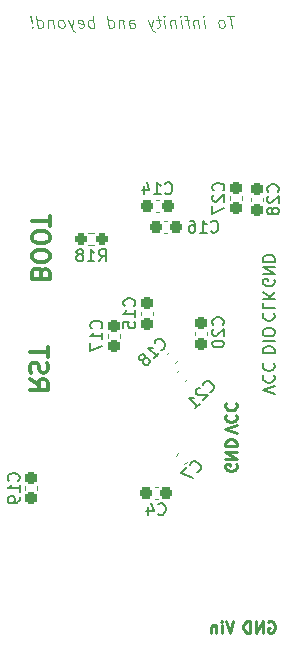
<source format=gbr>
%TF.GenerationSoftware,KiCad,Pcbnew,8.0.9-1.fc41*%
%TF.CreationDate,2025-06-12T13:42:16-04:00*%
%TF.ProjectId,OS-41,4f532d34-312e-46b6-9963-61645f706362,rev?*%
%TF.SameCoordinates,Original*%
%TF.FileFunction,Legend,Bot*%
%TF.FilePolarity,Positive*%
%FSLAX46Y46*%
G04 Gerber Fmt 4.6, Leading zero omitted, Abs format (unit mm)*
G04 Created by KiCad (PCBNEW 8.0.9-1.fc41) date 2025-06-12 13:42:16*
%MOMM*%
%LPD*%
G01*
G04 APERTURE LIST*
G04 Aperture macros list*
%AMRoundRect*
0 Rectangle with rounded corners*
0 $1 Rounding radius*
0 $2 $3 $4 $5 $6 $7 $8 $9 X,Y pos of 4 corners*
0 Add a 4 corners polygon primitive as box body*
4,1,4,$2,$3,$4,$5,$6,$7,$8,$9,$2,$3,0*
0 Add four circle primitives for the rounded corners*
1,1,$1+$1,$2,$3*
1,1,$1+$1,$4,$5*
1,1,$1+$1,$6,$7*
1,1,$1+$1,$8,$9*
0 Add four rect primitives between the rounded corners*
20,1,$1+$1,$2,$3,$4,$5,0*
20,1,$1+$1,$4,$5,$6,$7,0*
20,1,$1+$1,$6,$7,$8,$9,0*
20,1,$1+$1,$8,$9,$2,$3,0*%
G04 Aperture macros list end*
%ADD10C,0.250000*%
%ADD11C,0.300000*%
%ADD12C,0.150000*%
%ADD13C,0.100000*%
%ADD14C,0.120000*%
%ADD15R,1.700000X1.700000*%
%ADD16O,1.700000X1.700000*%
%ADD17C,2.050000*%
%ADD18C,2.250000*%
%ADD19C,2.100000*%
%ADD20RoundRect,0.237500X0.044194X0.380070X-0.380070X-0.044194X-0.044194X-0.380070X0.380070X0.044194X0*%
%ADD21RoundRect,0.237500X0.300000X0.237500X-0.300000X0.237500X-0.300000X-0.237500X0.300000X-0.237500X0*%
%ADD22RoundRect,0.237500X-0.237500X0.300000X-0.237500X-0.300000X0.237500X-0.300000X0.237500X0.300000X0*%
%ADD23RoundRect,0.237500X-0.300000X-0.237500X0.300000X-0.237500X0.300000X0.237500X-0.300000X0.237500X0*%
%ADD24RoundRect,0.237500X-0.044194X-0.380070X0.380070X0.044194X0.044194X0.380070X-0.380070X-0.044194X0*%
%ADD25RoundRect,0.237500X0.237500X-0.300000X0.237500X0.300000X-0.237500X0.300000X-0.237500X-0.300000X0*%
%ADD26RoundRect,0.237500X-0.250000X-0.237500X0.250000X-0.237500X0.250000X0.237500X-0.250000X0.237500X0*%
G04 APERTURE END LIST*
D10*
X148973622Y-129012238D02*
X149068860Y-128964619D01*
X149068860Y-128964619D02*
X149211717Y-128964619D01*
X149211717Y-128964619D02*
X149354574Y-129012238D01*
X149354574Y-129012238D02*
X149449812Y-129107476D01*
X149449812Y-129107476D02*
X149497431Y-129202714D01*
X149497431Y-129202714D02*
X149545050Y-129393190D01*
X149545050Y-129393190D02*
X149545050Y-129536047D01*
X149545050Y-129536047D02*
X149497431Y-129726523D01*
X149497431Y-129726523D02*
X149449812Y-129821761D01*
X149449812Y-129821761D02*
X149354574Y-129917000D01*
X149354574Y-129917000D02*
X149211717Y-129964619D01*
X149211717Y-129964619D02*
X149116479Y-129964619D01*
X149116479Y-129964619D02*
X148973622Y-129917000D01*
X148973622Y-129917000D02*
X148926003Y-129869380D01*
X148926003Y-129869380D02*
X148926003Y-129536047D01*
X148926003Y-129536047D02*
X149116479Y-129536047D01*
X148497431Y-129964619D02*
X148497431Y-128964619D01*
X148497431Y-128964619D02*
X147926003Y-129964619D01*
X147926003Y-129964619D02*
X147926003Y-128964619D01*
X147449812Y-129964619D02*
X147449812Y-128964619D01*
X147449812Y-128964619D02*
X147211717Y-128964619D01*
X147211717Y-128964619D02*
X147068860Y-129012238D01*
X147068860Y-129012238D02*
X146973622Y-129107476D01*
X146973622Y-129107476D02*
X146926003Y-129202714D01*
X146926003Y-129202714D02*
X146878384Y-129393190D01*
X146878384Y-129393190D02*
X146878384Y-129536047D01*
X146878384Y-129536047D02*
X146926003Y-129726523D01*
X146926003Y-129726523D02*
X146973622Y-129821761D01*
X146973622Y-129821761D02*
X147068860Y-129917000D01*
X147068860Y-129917000D02*
X147211717Y-129964619D01*
X147211717Y-129964619D02*
X147449812Y-129964619D01*
X146040288Y-128964619D02*
X145706955Y-129964619D01*
X145706955Y-129964619D02*
X145373622Y-128964619D01*
X145040288Y-129964619D02*
X145040288Y-129297952D01*
X145040288Y-128964619D02*
X145087907Y-129012238D01*
X145087907Y-129012238D02*
X145040288Y-129059857D01*
X145040288Y-129059857D02*
X144992669Y-129012238D01*
X144992669Y-129012238D02*
X145040288Y-128964619D01*
X145040288Y-128964619D02*
X145040288Y-129059857D01*
X144564098Y-129297952D02*
X144564098Y-129964619D01*
X144564098Y-129393190D02*
X144516479Y-129345571D01*
X144516479Y-129345571D02*
X144421241Y-129297952D01*
X144421241Y-129297952D02*
X144278384Y-129297952D01*
X144278384Y-129297952D02*
X144183146Y-129345571D01*
X144183146Y-129345571D02*
X144135527Y-129440809D01*
X144135527Y-129440809D02*
X144135527Y-129964619D01*
D11*
X128819171Y-108488346D02*
X129533457Y-108988346D01*
X128819171Y-109345489D02*
X130319171Y-109345489D01*
X130319171Y-109345489D02*
X130319171Y-108774060D01*
X130319171Y-108774060D02*
X130247742Y-108631203D01*
X130247742Y-108631203D02*
X130176314Y-108559774D01*
X130176314Y-108559774D02*
X130033457Y-108488346D01*
X130033457Y-108488346D02*
X129819171Y-108488346D01*
X129819171Y-108488346D02*
X129676314Y-108559774D01*
X129676314Y-108559774D02*
X129604885Y-108631203D01*
X129604885Y-108631203D02*
X129533457Y-108774060D01*
X129533457Y-108774060D02*
X129533457Y-109345489D01*
X128890600Y-107916917D02*
X128819171Y-107702632D01*
X128819171Y-107702632D02*
X128819171Y-107345489D01*
X128819171Y-107345489D02*
X128890600Y-107202632D01*
X128890600Y-107202632D02*
X128962028Y-107131203D01*
X128962028Y-107131203D02*
X129104885Y-107059774D01*
X129104885Y-107059774D02*
X129247742Y-107059774D01*
X129247742Y-107059774D02*
X129390600Y-107131203D01*
X129390600Y-107131203D02*
X129462028Y-107202632D01*
X129462028Y-107202632D02*
X129533457Y-107345489D01*
X129533457Y-107345489D02*
X129604885Y-107631203D01*
X129604885Y-107631203D02*
X129676314Y-107774060D01*
X129676314Y-107774060D02*
X129747742Y-107845489D01*
X129747742Y-107845489D02*
X129890600Y-107916917D01*
X129890600Y-107916917D02*
X130033457Y-107916917D01*
X130033457Y-107916917D02*
X130176314Y-107845489D01*
X130176314Y-107845489D02*
X130247742Y-107774060D01*
X130247742Y-107774060D02*
X130319171Y-107631203D01*
X130319171Y-107631203D02*
X130319171Y-107274060D01*
X130319171Y-107274060D02*
X130247742Y-107059774D01*
X130319171Y-106631203D02*
X130319171Y-105774061D01*
X128819171Y-106202632D02*
X130319171Y-106202632D01*
D10*
X146287761Y-115673622D02*
X146335380Y-115768860D01*
X146335380Y-115768860D02*
X146335380Y-115911717D01*
X146335380Y-115911717D02*
X146287761Y-116054574D01*
X146287761Y-116054574D02*
X146192523Y-116149812D01*
X146192523Y-116149812D02*
X146097285Y-116197431D01*
X146097285Y-116197431D02*
X145906809Y-116245050D01*
X145906809Y-116245050D02*
X145763952Y-116245050D01*
X145763952Y-116245050D02*
X145573476Y-116197431D01*
X145573476Y-116197431D02*
X145478238Y-116149812D01*
X145478238Y-116149812D02*
X145383000Y-116054574D01*
X145383000Y-116054574D02*
X145335380Y-115911717D01*
X145335380Y-115911717D02*
X145335380Y-115816479D01*
X145335380Y-115816479D02*
X145383000Y-115673622D01*
X145383000Y-115673622D02*
X145430619Y-115626003D01*
X145430619Y-115626003D02*
X145763952Y-115626003D01*
X145763952Y-115626003D02*
X145763952Y-115816479D01*
X145335380Y-115197431D02*
X146335380Y-115197431D01*
X146335380Y-115197431D02*
X145335380Y-114626003D01*
X145335380Y-114626003D02*
X146335380Y-114626003D01*
X145335380Y-114149812D02*
X146335380Y-114149812D01*
X146335380Y-114149812D02*
X146335380Y-113911717D01*
X146335380Y-113911717D02*
X146287761Y-113768860D01*
X146287761Y-113768860D02*
X146192523Y-113673622D01*
X146192523Y-113673622D02*
X146097285Y-113626003D01*
X146097285Y-113626003D02*
X145906809Y-113578384D01*
X145906809Y-113578384D02*
X145763952Y-113578384D01*
X145763952Y-113578384D02*
X145573476Y-113626003D01*
X145573476Y-113626003D02*
X145478238Y-113673622D01*
X145478238Y-113673622D02*
X145383000Y-113768860D01*
X145383000Y-113768860D02*
X145335380Y-113911717D01*
X145335380Y-113911717D02*
X145335380Y-114149812D01*
X146335380Y-113040288D02*
X145335380Y-112706955D01*
X145335380Y-112706955D02*
X146335380Y-112373622D01*
X145430619Y-111468860D02*
X145383000Y-111516479D01*
X145383000Y-111516479D02*
X145335380Y-111659336D01*
X145335380Y-111659336D02*
X145335380Y-111754574D01*
X145335380Y-111754574D02*
X145383000Y-111897431D01*
X145383000Y-111897431D02*
X145478238Y-111992669D01*
X145478238Y-111992669D02*
X145573476Y-112040288D01*
X145573476Y-112040288D02*
X145763952Y-112087907D01*
X145763952Y-112087907D02*
X145906809Y-112087907D01*
X145906809Y-112087907D02*
X146097285Y-112040288D01*
X146097285Y-112040288D02*
X146192523Y-111992669D01*
X146192523Y-111992669D02*
X146287761Y-111897431D01*
X146287761Y-111897431D02*
X146335380Y-111754574D01*
X146335380Y-111754574D02*
X146335380Y-111659336D01*
X146335380Y-111659336D02*
X146287761Y-111516479D01*
X146287761Y-111516479D02*
X146240142Y-111468860D01*
X145430619Y-110468860D02*
X145383000Y-110516479D01*
X145383000Y-110516479D02*
X145335380Y-110659336D01*
X145335380Y-110659336D02*
X145335380Y-110754574D01*
X145335380Y-110754574D02*
X145383000Y-110897431D01*
X145383000Y-110897431D02*
X145478238Y-110992669D01*
X145478238Y-110992669D02*
X145573476Y-111040288D01*
X145573476Y-111040288D02*
X145763952Y-111087907D01*
X145763952Y-111087907D02*
X145906809Y-111087907D01*
X145906809Y-111087907D02*
X146097285Y-111040288D01*
X146097285Y-111040288D02*
X146192523Y-110992669D01*
X146192523Y-110992669D02*
X146287761Y-110897431D01*
X146287761Y-110897431D02*
X146335380Y-110754574D01*
X146335380Y-110754574D02*
X146335380Y-110659336D01*
X146335380Y-110659336D02*
X146287761Y-110516479D01*
X146287761Y-110516479D02*
X146240142Y-110468860D01*
D12*
X148530180Y-106263220D02*
X149530180Y-106263220D01*
X149530180Y-106263220D02*
X149530180Y-106025125D01*
X149530180Y-106025125D02*
X149482561Y-105882268D01*
X149482561Y-105882268D02*
X149387323Y-105787030D01*
X149387323Y-105787030D02*
X149292085Y-105739411D01*
X149292085Y-105739411D02*
X149101609Y-105691792D01*
X149101609Y-105691792D02*
X148958752Y-105691792D01*
X148958752Y-105691792D02*
X148768276Y-105739411D01*
X148768276Y-105739411D02*
X148673038Y-105787030D01*
X148673038Y-105787030D02*
X148577800Y-105882268D01*
X148577800Y-105882268D02*
X148530180Y-106025125D01*
X148530180Y-106025125D02*
X148530180Y-106263220D01*
X148530180Y-105263220D02*
X149530180Y-105263220D01*
X149530180Y-104596554D02*
X149530180Y-104406078D01*
X149530180Y-104406078D02*
X149482561Y-104310840D01*
X149482561Y-104310840D02*
X149387323Y-104215602D01*
X149387323Y-104215602D02*
X149196847Y-104167983D01*
X149196847Y-104167983D02*
X148863514Y-104167983D01*
X148863514Y-104167983D02*
X148673038Y-104215602D01*
X148673038Y-104215602D02*
X148577800Y-104310840D01*
X148577800Y-104310840D02*
X148530180Y-104406078D01*
X148530180Y-104406078D02*
X148530180Y-104596554D01*
X148530180Y-104596554D02*
X148577800Y-104691792D01*
X148577800Y-104691792D02*
X148673038Y-104787030D01*
X148673038Y-104787030D02*
X148863514Y-104834649D01*
X148863514Y-104834649D02*
X149196847Y-104834649D01*
X149196847Y-104834649D02*
X149387323Y-104787030D01*
X149387323Y-104787030D02*
X149482561Y-104691792D01*
X149482561Y-104691792D02*
X149530180Y-104596554D01*
D11*
X129774885Y-99465489D02*
X129703457Y-99251203D01*
X129703457Y-99251203D02*
X129632028Y-99179774D01*
X129632028Y-99179774D02*
X129489171Y-99108346D01*
X129489171Y-99108346D02*
X129274885Y-99108346D01*
X129274885Y-99108346D02*
X129132028Y-99179774D01*
X129132028Y-99179774D02*
X129060600Y-99251203D01*
X129060600Y-99251203D02*
X128989171Y-99394060D01*
X128989171Y-99394060D02*
X128989171Y-99965489D01*
X128989171Y-99965489D02*
X130489171Y-99965489D01*
X130489171Y-99965489D02*
X130489171Y-99465489D01*
X130489171Y-99465489D02*
X130417742Y-99322632D01*
X130417742Y-99322632D02*
X130346314Y-99251203D01*
X130346314Y-99251203D02*
X130203457Y-99179774D01*
X130203457Y-99179774D02*
X130060600Y-99179774D01*
X130060600Y-99179774D02*
X129917742Y-99251203D01*
X129917742Y-99251203D02*
X129846314Y-99322632D01*
X129846314Y-99322632D02*
X129774885Y-99465489D01*
X129774885Y-99465489D02*
X129774885Y-99965489D01*
X130489171Y-98179774D02*
X130489171Y-97894060D01*
X130489171Y-97894060D02*
X130417742Y-97751203D01*
X130417742Y-97751203D02*
X130274885Y-97608346D01*
X130274885Y-97608346D02*
X129989171Y-97536917D01*
X129989171Y-97536917D02*
X129489171Y-97536917D01*
X129489171Y-97536917D02*
X129203457Y-97608346D01*
X129203457Y-97608346D02*
X129060600Y-97751203D01*
X129060600Y-97751203D02*
X128989171Y-97894060D01*
X128989171Y-97894060D02*
X128989171Y-98179774D01*
X128989171Y-98179774D02*
X129060600Y-98322632D01*
X129060600Y-98322632D02*
X129203457Y-98465489D01*
X129203457Y-98465489D02*
X129489171Y-98536917D01*
X129489171Y-98536917D02*
X129989171Y-98536917D01*
X129989171Y-98536917D02*
X130274885Y-98465489D01*
X130274885Y-98465489D02*
X130417742Y-98322632D01*
X130417742Y-98322632D02*
X130489171Y-98179774D01*
X130489171Y-96608345D02*
X130489171Y-96322631D01*
X130489171Y-96322631D02*
X130417742Y-96179774D01*
X130417742Y-96179774D02*
X130274885Y-96036917D01*
X130274885Y-96036917D02*
X129989171Y-95965488D01*
X129989171Y-95965488D02*
X129489171Y-95965488D01*
X129489171Y-95965488D02*
X129203457Y-96036917D01*
X129203457Y-96036917D02*
X129060600Y-96179774D01*
X129060600Y-96179774D02*
X128989171Y-96322631D01*
X128989171Y-96322631D02*
X128989171Y-96608345D01*
X128989171Y-96608345D02*
X129060600Y-96751203D01*
X129060600Y-96751203D02*
X129203457Y-96894060D01*
X129203457Y-96894060D02*
X129489171Y-96965488D01*
X129489171Y-96965488D02*
X129989171Y-96965488D01*
X129989171Y-96965488D02*
X130274885Y-96894060D01*
X130274885Y-96894060D02*
X130417742Y-96751203D01*
X130417742Y-96751203D02*
X130489171Y-96608345D01*
X130489171Y-95536916D02*
X130489171Y-94679774D01*
X128989171Y-95108345D02*
X130489171Y-95108345D01*
D12*
X149530180Y-109706077D02*
X148530180Y-109372744D01*
X148530180Y-109372744D02*
X149530180Y-109039411D01*
X148625419Y-108134649D02*
X148577800Y-108182268D01*
X148577800Y-108182268D02*
X148530180Y-108325125D01*
X148530180Y-108325125D02*
X148530180Y-108420363D01*
X148530180Y-108420363D02*
X148577800Y-108563220D01*
X148577800Y-108563220D02*
X148673038Y-108658458D01*
X148673038Y-108658458D02*
X148768276Y-108706077D01*
X148768276Y-108706077D02*
X148958752Y-108753696D01*
X148958752Y-108753696D02*
X149101609Y-108753696D01*
X149101609Y-108753696D02*
X149292085Y-108706077D01*
X149292085Y-108706077D02*
X149387323Y-108658458D01*
X149387323Y-108658458D02*
X149482561Y-108563220D01*
X149482561Y-108563220D02*
X149530180Y-108420363D01*
X149530180Y-108420363D02*
X149530180Y-108325125D01*
X149530180Y-108325125D02*
X149482561Y-108182268D01*
X149482561Y-108182268D02*
X149434942Y-108134649D01*
X148625419Y-107134649D02*
X148577800Y-107182268D01*
X148577800Y-107182268D02*
X148530180Y-107325125D01*
X148530180Y-107325125D02*
X148530180Y-107420363D01*
X148530180Y-107420363D02*
X148577800Y-107563220D01*
X148577800Y-107563220D02*
X148673038Y-107658458D01*
X148673038Y-107658458D02*
X148768276Y-107706077D01*
X148768276Y-107706077D02*
X148958752Y-107753696D01*
X148958752Y-107753696D02*
X149101609Y-107753696D01*
X149101609Y-107753696D02*
X149292085Y-107706077D01*
X149292085Y-107706077D02*
X149387323Y-107658458D01*
X149387323Y-107658458D02*
X149482561Y-107563220D01*
X149482561Y-107563220D02*
X149530180Y-107420363D01*
X149530180Y-107420363D02*
X149530180Y-107325125D01*
X149530180Y-107325125D02*
X149482561Y-107182268D01*
X149482561Y-107182268D02*
X149434942Y-107134649D01*
X148625419Y-102891792D02*
X148577800Y-102939411D01*
X148577800Y-102939411D02*
X148530180Y-103082268D01*
X148530180Y-103082268D02*
X148530180Y-103177506D01*
X148530180Y-103177506D02*
X148577800Y-103320363D01*
X148577800Y-103320363D02*
X148673038Y-103415601D01*
X148673038Y-103415601D02*
X148768276Y-103463220D01*
X148768276Y-103463220D02*
X148958752Y-103510839D01*
X148958752Y-103510839D02*
X149101609Y-103510839D01*
X149101609Y-103510839D02*
X149292085Y-103463220D01*
X149292085Y-103463220D02*
X149387323Y-103415601D01*
X149387323Y-103415601D02*
X149482561Y-103320363D01*
X149482561Y-103320363D02*
X149530180Y-103177506D01*
X149530180Y-103177506D02*
X149530180Y-103082268D01*
X149530180Y-103082268D02*
X149482561Y-102939411D01*
X149482561Y-102939411D02*
X149434942Y-102891792D01*
X148530180Y-101987030D02*
X148530180Y-102463220D01*
X148530180Y-102463220D02*
X149530180Y-102463220D01*
X148530180Y-101653696D02*
X149530180Y-101653696D01*
X148530180Y-101082268D02*
X149101609Y-101510839D01*
X149530180Y-101082268D02*
X148958752Y-101653696D01*
X149482561Y-100039411D02*
X149530180Y-100134649D01*
X149530180Y-100134649D02*
X149530180Y-100277506D01*
X149530180Y-100277506D02*
X149482561Y-100420363D01*
X149482561Y-100420363D02*
X149387323Y-100515601D01*
X149387323Y-100515601D02*
X149292085Y-100563220D01*
X149292085Y-100563220D02*
X149101609Y-100610839D01*
X149101609Y-100610839D02*
X148958752Y-100610839D01*
X148958752Y-100610839D02*
X148768276Y-100563220D01*
X148768276Y-100563220D02*
X148673038Y-100515601D01*
X148673038Y-100515601D02*
X148577800Y-100420363D01*
X148577800Y-100420363D02*
X148530180Y-100277506D01*
X148530180Y-100277506D02*
X148530180Y-100182268D01*
X148530180Y-100182268D02*
X148577800Y-100039411D01*
X148577800Y-100039411D02*
X148625419Y-99991792D01*
X148625419Y-99991792D02*
X148958752Y-99991792D01*
X148958752Y-99991792D02*
X148958752Y-100182268D01*
X148530180Y-99563220D02*
X149530180Y-99563220D01*
X149530180Y-99563220D02*
X148530180Y-98991792D01*
X148530180Y-98991792D02*
X149530180Y-98991792D01*
X148530180Y-98515601D02*
X149530180Y-98515601D01*
X149530180Y-98515601D02*
X149530180Y-98277506D01*
X149530180Y-98277506D02*
X149482561Y-98134649D01*
X149482561Y-98134649D02*
X149387323Y-98039411D01*
X149387323Y-98039411D02*
X149292085Y-97991792D01*
X149292085Y-97991792D02*
X149101609Y-97944173D01*
X149101609Y-97944173D02*
X148958752Y-97944173D01*
X148958752Y-97944173D02*
X148768276Y-97991792D01*
X148768276Y-97991792D02*
X148673038Y-98039411D01*
X148673038Y-98039411D02*
X148577800Y-98134649D01*
X148577800Y-98134649D02*
X148530180Y-98277506D01*
X148530180Y-98277506D02*
X148530180Y-98515601D01*
D13*
X146059925Y-77712419D02*
X145488496Y-77712419D01*
X145899211Y-78712419D02*
X145774211Y-77712419D01*
X145137306Y-78712419D02*
X145226591Y-78664800D01*
X145226591Y-78664800D02*
X145268258Y-78617180D01*
X145268258Y-78617180D02*
X145303972Y-78521942D01*
X145303972Y-78521942D02*
X145268258Y-78236228D01*
X145268258Y-78236228D02*
X145208734Y-78140990D01*
X145208734Y-78140990D02*
X145155163Y-78093371D01*
X145155163Y-78093371D02*
X145053972Y-78045752D01*
X145053972Y-78045752D02*
X144911115Y-78045752D01*
X144911115Y-78045752D02*
X144821829Y-78093371D01*
X144821829Y-78093371D02*
X144780163Y-78140990D01*
X144780163Y-78140990D02*
X144744448Y-78236228D01*
X144744448Y-78236228D02*
X144780163Y-78521942D01*
X144780163Y-78521942D02*
X144839686Y-78617180D01*
X144839686Y-78617180D02*
X144893258Y-78664800D01*
X144893258Y-78664800D02*
X144994448Y-78712419D01*
X144994448Y-78712419D02*
X145137306Y-78712419D01*
X143613496Y-78712419D02*
X143530162Y-78045752D01*
X143488496Y-77712419D02*
X143542067Y-77760038D01*
X143542067Y-77760038D02*
X143500400Y-77807657D01*
X143500400Y-77807657D02*
X143446829Y-77760038D01*
X143446829Y-77760038D02*
X143488496Y-77712419D01*
X143488496Y-77712419D02*
X143500400Y-77807657D01*
X143053972Y-78045752D02*
X143137306Y-78712419D01*
X143065877Y-78140990D02*
X143012306Y-78093371D01*
X143012306Y-78093371D02*
X142911115Y-78045752D01*
X142911115Y-78045752D02*
X142768258Y-78045752D01*
X142768258Y-78045752D02*
X142678972Y-78093371D01*
X142678972Y-78093371D02*
X142643258Y-78188609D01*
X142643258Y-78188609D02*
X142708734Y-78712419D01*
X142292067Y-78045752D02*
X141911115Y-78045752D01*
X142232544Y-78712419D02*
X142125401Y-77855276D01*
X142125401Y-77855276D02*
X142065877Y-77760038D01*
X142065877Y-77760038D02*
X141964687Y-77712419D01*
X141964687Y-77712419D02*
X141869448Y-77712419D01*
X141661115Y-78712419D02*
X141577781Y-78045752D01*
X141536115Y-77712419D02*
X141589686Y-77760038D01*
X141589686Y-77760038D02*
X141548019Y-77807657D01*
X141548019Y-77807657D02*
X141494448Y-77760038D01*
X141494448Y-77760038D02*
X141536115Y-77712419D01*
X141536115Y-77712419D02*
X141548019Y-77807657D01*
X141101591Y-78045752D02*
X141184925Y-78712419D01*
X141113496Y-78140990D02*
X141059925Y-78093371D01*
X141059925Y-78093371D02*
X140958734Y-78045752D01*
X140958734Y-78045752D02*
X140815877Y-78045752D01*
X140815877Y-78045752D02*
X140726591Y-78093371D01*
X140726591Y-78093371D02*
X140690877Y-78188609D01*
X140690877Y-78188609D02*
X140756353Y-78712419D01*
X140280163Y-78712419D02*
X140196829Y-78045752D01*
X140155163Y-77712419D02*
X140208734Y-77760038D01*
X140208734Y-77760038D02*
X140167067Y-77807657D01*
X140167067Y-77807657D02*
X140113496Y-77760038D01*
X140113496Y-77760038D02*
X140155163Y-77712419D01*
X140155163Y-77712419D02*
X140167067Y-77807657D01*
X139863496Y-78045752D02*
X139482544Y-78045752D01*
X139678973Y-77712419D02*
X139786116Y-78569561D01*
X139786116Y-78569561D02*
X139750401Y-78664800D01*
X139750401Y-78664800D02*
X139661116Y-78712419D01*
X139661116Y-78712419D02*
X139565877Y-78712419D01*
X139244448Y-78045752D02*
X139089687Y-78712419D01*
X138768258Y-78045752D02*
X139089687Y-78712419D01*
X139089687Y-78712419D02*
X139214687Y-78950514D01*
X139214687Y-78950514D02*
X139268258Y-78998133D01*
X139268258Y-78998133D02*
X139369448Y-79045752D01*
X137280162Y-78712419D02*
X137214686Y-78188609D01*
X137214686Y-78188609D02*
X137250400Y-78093371D01*
X137250400Y-78093371D02*
X137339686Y-78045752D01*
X137339686Y-78045752D02*
X137530162Y-78045752D01*
X137530162Y-78045752D02*
X137631353Y-78093371D01*
X137274210Y-78664800D02*
X137375400Y-78712419D01*
X137375400Y-78712419D02*
X137613496Y-78712419D01*
X137613496Y-78712419D02*
X137702781Y-78664800D01*
X137702781Y-78664800D02*
X137738496Y-78569561D01*
X137738496Y-78569561D02*
X137726591Y-78474323D01*
X137726591Y-78474323D02*
X137667067Y-78379085D01*
X137667067Y-78379085D02*
X137565877Y-78331466D01*
X137565877Y-78331466D02*
X137327781Y-78331466D01*
X137327781Y-78331466D02*
X137226591Y-78283847D01*
X136720638Y-78045752D02*
X136803972Y-78712419D01*
X136732543Y-78140990D02*
X136678972Y-78093371D01*
X136678972Y-78093371D02*
X136577781Y-78045752D01*
X136577781Y-78045752D02*
X136434924Y-78045752D01*
X136434924Y-78045752D02*
X136345638Y-78093371D01*
X136345638Y-78093371D02*
X136309924Y-78188609D01*
X136309924Y-78188609D02*
X136375400Y-78712419D01*
X135470638Y-78712419D02*
X135345638Y-77712419D01*
X135464686Y-78664800D02*
X135565876Y-78712419D01*
X135565876Y-78712419D02*
X135756353Y-78712419D01*
X135756353Y-78712419D02*
X135845638Y-78664800D01*
X135845638Y-78664800D02*
X135887305Y-78617180D01*
X135887305Y-78617180D02*
X135923019Y-78521942D01*
X135923019Y-78521942D02*
X135887305Y-78236228D01*
X135887305Y-78236228D02*
X135827781Y-78140990D01*
X135827781Y-78140990D02*
X135774210Y-78093371D01*
X135774210Y-78093371D02*
X135673019Y-78045752D01*
X135673019Y-78045752D02*
X135482543Y-78045752D01*
X135482543Y-78045752D02*
X135393257Y-78093371D01*
X134232543Y-78712419D02*
X134107543Y-77712419D01*
X134155162Y-78093371D02*
X134053971Y-78045752D01*
X134053971Y-78045752D02*
X133863495Y-78045752D01*
X133863495Y-78045752D02*
X133774209Y-78093371D01*
X133774209Y-78093371D02*
X133732543Y-78140990D01*
X133732543Y-78140990D02*
X133696828Y-78236228D01*
X133696828Y-78236228D02*
X133732543Y-78521942D01*
X133732543Y-78521942D02*
X133792066Y-78617180D01*
X133792066Y-78617180D02*
X133845638Y-78664800D01*
X133845638Y-78664800D02*
X133946828Y-78712419D01*
X133946828Y-78712419D02*
X134137305Y-78712419D01*
X134137305Y-78712419D02*
X134226590Y-78664800D01*
X132940876Y-78664800D02*
X133042066Y-78712419D01*
X133042066Y-78712419D02*
X133232543Y-78712419D01*
X133232543Y-78712419D02*
X133321828Y-78664800D01*
X133321828Y-78664800D02*
X133357543Y-78569561D01*
X133357543Y-78569561D02*
X133309924Y-78188609D01*
X133309924Y-78188609D02*
X133250400Y-78093371D01*
X133250400Y-78093371D02*
X133149209Y-78045752D01*
X133149209Y-78045752D02*
X132958733Y-78045752D01*
X132958733Y-78045752D02*
X132869447Y-78093371D01*
X132869447Y-78093371D02*
X132833733Y-78188609D01*
X132833733Y-78188609D02*
X132845638Y-78283847D01*
X132845638Y-78283847D02*
X133333733Y-78379085D01*
X132482542Y-78045752D02*
X132327781Y-78712419D01*
X132006352Y-78045752D02*
X132327781Y-78712419D01*
X132327781Y-78712419D02*
X132452781Y-78950514D01*
X132452781Y-78950514D02*
X132506352Y-78998133D01*
X132506352Y-78998133D02*
X132607542Y-79045752D01*
X131565876Y-78712419D02*
X131655161Y-78664800D01*
X131655161Y-78664800D02*
X131696828Y-78617180D01*
X131696828Y-78617180D02*
X131732542Y-78521942D01*
X131732542Y-78521942D02*
X131696828Y-78236228D01*
X131696828Y-78236228D02*
X131637304Y-78140990D01*
X131637304Y-78140990D02*
X131583733Y-78093371D01*
X131583733Y-78093371D02*
X131482542Y-78045752D01*
X131482542Y-78045752D02*
X131339685Y-78045752D01*
X131339685Y-78045752D02*
X131250399Y-78093371D01*
X131250399Y-78093371D02*
X131208733Y-78140990D01*
X131208733Y-78140990D02*
X131173018Y-78236228D01*
X131173018Y-78236228D02*
X131208733Y-78521942D01*
X131208733Y-78521942D02*
X131268256Y-78617180D01*
X131268256Y-78617180D02*
X131321828Y-78664800D01*
X131321828Y-78664800D02*
X131423018Y-78712419D01*
X131423018Y-78712419D02*
X131565876Y-78712419D01*
X130720637Y-78045752D02*
X130803971Y-78712419D01*
X130732542Y-78140990D02*
X130678971Y-78093371D01*
X130678971Y-78093371D02*
X130577780Y-78045752D01*
X130577780Y-78045752D02*
X130434923Y-78045752D01*
X130434923Y-78045752D02*
X130345637Y-78093371D01*
X130345637Y-78093371D02*
X130309923Y-78188609D01*
X130309923Y-78188609D02*
X130375399Y-78712419D01*
X129470637Y-78712419D02*
X129345637Y-77712419D01*
X129464685Y-78664800D02*
X129565875Y-78712419D01*
X129565875Y-78712419D02*
X129756352Y-78712419D01*
X129756352Y-78712419D02*
X129845637Y-78664800D01*
X129845637Y-78664800D02*
X129887304Y-78617180D01*
X129887304Y-78617180D02*
X129923018Y-78521942D01*
X129923018Y-78521942D02*
X129887304Y-78236228D01*
X129887304Y-78236228D02*
X129827780Y-78140990D01*
X129827780Y-78140990D02*
X129774209Y-78093371D01*
X129774209Y-78093371D02*
X129673018Y-78045752D01*
X129673018Y-78045752D02*
X129482542Y-78045752D01*
X129482542Y-78045752D02*
X129393256Y-78093371D01*
X128982542Y-78617180D02*
X128940875Y-78664800D01*
X128940875Y-78664800D02*
X128994447Y-78712419D01*
X128994447Y-78712419D02*
X129036113Y-78664800D01*
X129036113Y-78664800D02*
X128982542Y-78617180D01*
X128982542Y-78617180D02*
X128994447Y-78712419D01*
X128946828Y-78331466D02*
X128923018Y-77760038D01*
X128923018Y-77760038D02*
X128869447Y-77712419D01*
X128869447Y-77712419D02*
X128827780Y-77760038D01*
X128827780Y-77760038D02*
X128946828Y-78331466D01*
X128946828Y-78331466D02*
X128869447Y-77712419D01*
D12*
X139928710Y-105959813D02*
X139996054Y-105959813D01*
X139996054Y-105959813D02*
X140130741Y-105892469D01*
X140130741Y-105892469D02*
X140198084Y-105825126D01*
X140198084Y-105825126D02*
X140265428Y-105690439D01*
X140265428Y-105690439D02*
X140265428Y-105555752D01*
X140265428Y-105555752D02*
X140231756Y-105454737D01*
X140231756Y-105454737D02*
X140130741Y-105286378D01*
X140130741Y-105286378D02*
X140029726Y-105185363D01*
X140029726Y-105185363D02*
X139861367Y-105084347D01*
X139861367Y-105084347D02*
X139760352Y-105050676D01*
X139760352Y-105050676D02*
X139625665Y-105050676D01*
X139625665Y-105050676D02*
X139490978Y-105118019D01*
X139490978Y-105118019D02*
X139423634Y-105185363D01*
X139423634Y-105185363D02*
X139356291Y-105320050D01*
X139356291Y-105320050D02*
X139356291Y-105387393D01*
X139322619Y-106700591D02*
X139726680Y-106296530D01*
X139524649Y-106498561D02*
X138817543Y-105791454D01*
X138817543Y-105791454D02*
X138985901Y-105825126D01*
X138985901Y-105825126D02*
X139120588Y-105825126D01*
X139120588Y-105825126D02*
X139221604Y-105791454D01*
X138514497Y-106700592D02*
X138548168Y-106599576D01*
X138548168Y-106599576D02*
X138548168Y-106532233D01*
X138548168Y-106532233D02*
X138514497Y-106431218D01*
X138514497Y-106431218D02*
X138480825Y-106397546D01*
X138480825Y-106397546D02*
X138379810Y-106363874D01*
X138379810Y-106363874D02*
X138312466Y-106363874D01*
X138312466Y-106363874D02*
X138211451Y-106397546D01*
X138211451Y-106397546D02*
X138076764Y-106532233D01*
X138076764Y-106532233D02*
X138043092Y-106633248D01*
X138043092Y-106633248D02*
X138043092Y-106700592D01*
X138043092Y-106700592D02*
X138076764Y-106801607D01*
X138076764Y-106801607D02*
X138110436Y-106835279D01*
X138110436Y-106835279D02*
X138211451Y-106868950D01*
X138211451Y-106868950D02*
X138278794Y-106868950D01*
X138278794Y-106868950D02*
X138379810Y-106835279D01*
X138379810Y-106835279D02*
X138514497Y-106700592D01*
X138514497Y-106700592D02*
X138615512Y-106666920D01*
X138615512Y-106666920D02*
X138682855Y-106666920D01*
X138682855Y-106666920D02*
X138783871Y-106700592D01*
X138783871Y-106700592D02*
X138918558Y-106835279D01*
X138918558Y-106835279D02*
X138952229Y-106936294D01*
X138952229Y-106936294D02*
X138952229Y-107003637D01*
X138952229Y-107003637D02*
X138918558Y-107104653D01*
X138918558Y-107104653D02*
X138783871Y-107239340D01*
X138783871Y-107239340D02*
X138682855Y-107273011D01*
X138682855Y-107273011D02*
X138615512Y-107273011D01*
X138615512Y-107273011D02*
X138514497Y-107239340D01*
X138514497Y-107239340D02*
X138379810Y-107104653D01*
X138379810Y-107104653D02*
X138346138Y-107003637D01*
X138346138Y-107003637D02*
X138346138Y-106936294D01*
X138346138Y-106936294D02*
X138379810Y-106835279D01*
X144142857Y-95959580D02*
X144190476Y-96007200D01*
X144190476Y-96007200D02*
X144333333Y-96054819D01*
X144333333Y-96054819D02*
X144428571Y-96054819D01*
X144428571Y-96054819D02*
X144571428Y-96007200D01*
X144571428Y-96007200D02*
X144666666Y-95911961D01*
X144666666Y-95911961D02*
X144714285Y-95816723D01*
X144714285Y-95816723D02*
X144761904Y-95626247D01*
X144761904Y-95626247D02*
X144761904Y-95483390D01*
X144761904Y-95483390D02*
X144714285Y-95292914D01*
X144714285Y-95292914D02*
X144666666Y-95197676D01*
X144666666Y-95197676D02*
X144571428Y-95102438D01*
X144571428Y-95102438D02*
X144428571Y-95054819D01*
X144428571Y-95054819D02*
X144333333Y-95054819D01*
X144333333Y-95054819D02*
X144190476Y-95102438D01*
X144190476Y-95102438D02*
X144142857Y-95150057D01*
X143190476Y-96054819D02*
X143761904Y-96054819D01*
X143476190Y-96054819D02*
X143476190Y-95054819D01*
X143476190Y-95054819D02*
X143571428Y-95197676D01*
X143571428Y-95197676D02*
X143666666Y-95292914D01*
X143666666Y-95292914D02*
X143761904Y-95340533D01*
X142333333Y-95054819D02*
X142523809Y-95054819D01*
X142523809Y-95054819D02*
X142619047Y-95102438D01*
X142619047Y-95102438D02*
X142666666Y-95150057D01*
X142666666Y-95150057D02*
X142761904Y-95292914D01*
X142761904Y-95292914D02*
X142809523Y-95483390D01*
X142809523Y-95483390D02*
X142809523Y-95864342D01*
X142809523Y-95864342D02*
X142761904Y-95959580D01*
X142761904Y-95959580D02*
X142714285Y-96007200D01*
X142714285Y-96007200D02*
X142619047Y-96054819D01*
X142619047Y-96054819D02*
X142428571Y-96054819D01*
X142428571Y-96054819D02*
X142333333Y-96007200D01*
X142333333Y-96007200D02*
X142285714Y-95959580D01*
X142285714Y-95959580D02*
X142238095Y-95864342D01*
X142238095Y-95864342D02*
X142238095Y-95626247D01*
X142238095Y-95626247D02*
X142285714Y-95531009D01*
X142285714Y-95531009D02*
X142333333Y-95483390D01*
X142333333Y-95483390D02*
X142428571Y-95435771D01*
X142428571Y-95435771D02*
X142619047Y-95435771D01*
X142619047Y-95435771D02*
X142714285Y-95483390D01*
X142714285Y-95483390D02*
X142761904Y-95531009D01*
X142761904Y-95531009D02*
X142809523Y-95626247D01*
X127829580Y-117057142D02*
X127877200Y-117009523D01*
X127877200Y-117009523D02*
X127924819Y-116866666D01*
X127924819Y-116866666D02*
X127924819Y-116771428D01*
X127924819Y-116771428D02*
X127877200Y-116628571D01*
X127877200Y-116628571D02*
X127781961Y-116533333D01*
X127781961Y-116533333D02*
X127686723Y-116485714D01*
X127686723Y-116485714D02*
X127496247Y-116438095D01*
X127496247Y-116438095D02*
X127353390Y-116438095D01*
X127353390Y-116438095D02*
X127162914Y-116485714D01*
X127162914Y-116485714D02*
X127067676Y-116533333D01*
X127067676Y-116533333D02*
X126972438Y-116628571D01*
X126972438Y-116628571D02*
X126924819Y-116771428D01*
X126924819Y-116771428D02*
X126924819Y-116866666D01*
X126924819Y-116866666D02*
X126972438Y-117009523D01*
X126972438Y-117009523D02*
X127020057Y-117057142D01*
X127924819Y-118009523D02*
X127924819Y-117438095D01*
X127924819Y-117723809D02*
X126924819Y-117723809D01*
X126924819Y-117723809D02*
X127067676Y-117628571D01*
X127067676Y-117628571D02*
X127162914Y-117533333D01*
X127162914Y-117533333D02*
X127210533Y-117438095D01*
X127924819Y-118485714D02*
X127924819Y-118676190D01*
X127924819Y-118676190D02*
X127877200Y-118771428D01*
X127877200Y-118771428D02*
X127829580Y-118819047D01*
X127829580Y-118819047D02*
X127686723Y-118914285D01*
X127686723Y-118914285D02*
X127496247Y-118961904D01*
X127496247Y-118961904D02*
X127115295Y-118961904D01*
X127115295Y-118961904D02*
X127020057Y-118914285D01*
X127020057Y-118914285D02*
X126972438Y-118866666D01*
X126972438Y-118866666D02*
X126924819Y-118771428D01*
X126924819Y-118771428D02*
X126924819Y-118580952D01*
X126924819Y-118580952D02*
X126972438Y-118485714D01*
X126972438Y-118485714D02*
X127020057Y-118438095D01*
X127020057Y-118438095D02*
X127115295Y-118390476D01*
X127115295Y-118390476D02*
X127353390Y-118390476D01*
X127353390Y-118390476D02*
X127448628Y-118438095D01*
X127448628Y-118438095D02*
X127496247Y-118485714D01*
X127496247Y-118485714D02*
X127543866Y-118580952D01*
X127543866Y-118580952D02*
X127543866Y-118771428D01*
X127543866Y-118771428D02*
X127496247Y-118866666D01*
X127496247Y-118866666D02*
X127448628Y-118914285D01*
X127448628Y-118914285D02*
X127353390Y-118961904D01*
X134829580Y-104157142D02*
X134877200Y-104109523D01*
X134877200Y-104109523D02*
X134924819Y-103966666D01*
X134924819Y-103966666D02*
X134924819Y-103871428D01*
X134924819Y-103871428D02*
X134877200Y-103728571D01*
X134877200Y-103728571D02*
X134781961Y-103633333D01*
X134781961Y-103633333D02*
X134686723Y-103585714D01*
X134686723Y-103585714D02*
X134496247Y-103538095D01*
X134496247Y-103538095D02*
X134353390Y-103538095D01*
X134353390Y-103538095D02*
X134162914Y-103585714D01*
X134162914Y-103585714D02*
X134067676Y-103633333D01*
X134067676Y-103633333D02*
X133972438Y-103728571D01*
X133972438Y-103728571D02*
X133924819Y-103871428D01*
X133924819Y-103871428D02*
X133924819Y-103966666D01*
X133924819Y-103966666D02*
X133972438Y-104109523D01*
X133972438Y-104109523D02*
X134020057Y-104157142D01*
X134924819Y-105109523D02*
X134924819Y-104538095D01*
X134924819Y-104823809D02*
X133924819Y-104823809D01*
X133924819Y-104823809D02*
X134067676Y-104728571D01*
X134067676Y-104728571D02*
X134162914Y-104633333D01*
X134162914Y-104633333D02*
X134210533Y-104538095D01*
X133924819Y-105442857D02*
X133924819Y-106109523D01*
X133924819Y-106109523D02*
X134924819Y-105680952D01*
X139666666Y-119889580D02*
X139714285Y-119937200D01*
X139714285Y-119937200D02*
X139857142Y-119984819D01*
X139857142Y-119984819D02*
X139952380Y-119984819D01*
X139952380Y-119984819D02*
X140095237Y-119937200D01*
X140095237Y-119937200D02*
X140190475Y-119841961D01*
X140190475Y-119841961D02*
X140238094Y-119746723D01*
X140238094Y-119746723D02*
X140285713Y-119556247D01*
X140285713Y-119556247D02*
X140285713Y-119413390D01*
X140285713Y-119413390D02*
X140238094Y-119222914D01*
X140238094Y-119222914D02*
X140190475Y-119127676D01*
X140190475Y-119127676D02*
X140095237Y-119032438D01*
X140095237Y-119032438D02*
X139952380Y-118984819D01*
X139952380Y-118984819D02*
X139857142Y-118984819D01*
X139857142Y-118984819D02*
X139714285Y-119032438D01*
X139714285Y-119032438D02*
X139666666Y-119080057D01*
X138809523Y-119318152D02*
X138809523Y-119984819D01*
X139047618Y-118937200D02*
X139285713Y-119651485D01*
X139285713Y-119651485D02*
X138666666Y-119651485D01*
X142952112Y-116336411D02*
X143019456Y-116336411D01*
X143019456Y-116336411D02*
X143154143Y-116269067D01*
X143154143Y-116269067D02*
X143221486Y-116201724D01*
X143221486Y-116201724D02*
X143288830Y-116067037D01*
X143288830Y-116067037D02*
X143288830Y-115932350D01*
X143288830Y-115932350D02*
X143255158Y-115831335D01*
X143255158Y-115831335D02*
X143154143Y-115662976D01*
X143154143Y-115662976D02*
X143053128Y-115561961D01*
X143053128Y-115561961D02*
X142884769Y-115460945D01*
X142884769Y-115460945D02*
X142783754Y-115427274D01*
X142783754Y-115427274D02*
X142649067Y-115427274D01*
X142649067Y-115427274D02*
X142514380Y-115494617D01*
X142514380Y-115494617D02*
X142447036Y-115561961D01*
X142447036Y-115561961D02*
X142379693Y-115696648D01*
X142379693Y-115696648D02*
X142379693Y-115763991D01*
X142076647Y-115932350D02*
X141605242Y-116403754D01*
X141605242Y-116403754D02*
X142615395Y-116807815D01*
X149789580Y-92607142D02*
X149837200Y-92559523D01*
X149837200Y-92559523D02*
X149884819Y-92416666D01*
X149884819Y-92416666D02*
X149884819Y-92321428D01*
X149884819Y-92321428D02*
X149837200Y-92178571D01*
X149837200Y-92178571D02*
X149741961Y-92083333D01*
X149741961Y-92083333D02*
X149646723Y-92035714D01*
X149646723Y-92035714D02*
X149456247Y-91988095D01*
X149456247Y-91988095D02*
X149313390Y-91988095D01*
X149313390Y-91988095D02*
X149122914Y-92035714D01*
X149122914Y-92035714D02*
X149027676Y-92083333D01*
X149027676Y-92083333D02*
X148932438Y-92178571D01*
X148932438Y-92178571D02*
X148884819Y-92321428D01*
X148884819Y-92321428D02*
X148884819Y-92416666D01*
X148884819Y-92416666D02*
X148932438Y-92559523D01*
X148932438Y-92559523D02*
X148980057Y-92607142D01*
X148980057Y-92988095D02*
X148932438Y-93035714D01*
X148932438Y-93035714D02*
X148884819Y-93130952D01*
X148884819Y-93130952D02*
X148884819Y-93369047D01*
X148884819Y-93369047D02*
X148932438Y-93464285D01*
X148932438Y-93464285D02*
X148980057Y-93511904D01*
X148980057Y-93511904D02*
X149075295Y-93559523D01*
X149075295Y-93559523D02*
X149170533Y-93559523D01*
X149170533Y-93559523D02*
X149313390Y-93511904D01*
X149313390Y-93511904D02*
X149884819Y-92940476D01*
X149884819Y-92940476D02*
X149884819Y-93559523D01*
X149313390Y-94130952D02*
X149265771Y-94035714D01*
X149265771Y-94035714D02*
X149218152Y-93988095D01*
X149218152Y-93988095D02*
X149122914Y-93940476D01*
X149122914Y-93940476D02*
X149075295Y-93940476D01*
X149075295Y-93940476D02*
X148980057Y-93988095D01*
X148980057Y-93988095D02*
X148932438Y-94035714D01*
X148932438Y-94035714D02*
X148884819Y-94130952D01*
X148884819Y-94130952D02*
X148884819Y-94321428D01*
X148884819Y-94321428D02*
X148932438Y-94416666D01*
X148932438Y-94416666D02*
X148980057Y-94464285D01*
X148980057Y-94464285D02*
X149075295Y-94511904D01*
X149075295Y-94511904D02*
X149122914Y-94511904D01*
X149122914Y-94511904D02*
X149218152Y-94464285D01*
X149218152Y-94464285D02*
X149265771Y-94416666D01*
X149265771Y-94416666D02*
X149313390Y-94321428D01*
X149313390Y-94321428D02*
X149313390Y-94130952D01*
X149313390Y-94130952D02*
X149361009Y-94035714D01*
X149361009Y-94035714D02*
X149408628Y-93988095D01*
X149408628Y-93988095D02*
X149503866Y-93940476D01*
X149503866Y-93940476D02*
X149694342Y-93940476D01*
X149694342Y-93940476D02*
X149789580Y-93988095D01*
X149789580Y-93988095D02*
X149837200Y-94035714D01*
X149837200Y-94035714D02*
X149884819Y-94130952D01*
X149884819Y-94130952D02*
X149884819Y-94321428D01*
X149884819Y-94321428D02*
X149837200Y-94416666D01*
X149837200Y-94416666D02*
X149789580Y-94464285D01*
X149789580Y-94464285D02*
X149694342Y-94511904D01*
X149694342Y-94511904D02*
X149503866Y-94511904D01*
X149503866Y-94511904D02*
X149408628Y-94464285D01*
X149408628Y-94464285D02*
X149361009Y-94416666D01*
X149361009Y-94416666D02*
X149313390Y-94321428D01*
X137629580Y-102257142D02*
X137677200Y-102209523D01*
X137677200Y-102209523D02*
X137724819Y-102066666D01*
X137724819Y-102066666D02*
X137724819Y-101971428D01*
X137724819Y-101971428D02*
X137677200Y-101828571D01*
X137677200Y-101828571D02*
X137581961Y-101733333D01*
X137581961Y-101733333D02*
X137486723Y-101685714D01*
X137486723Y-101685714D02*
X137296247Y-101638095D01*
X137296247Y-101638095D02*
X137153390Y-101638095D01*
X137153390Y-101638095D02*
X136962914Y-101685714D01*
X136962914Y-101685714D02*
X136867676Y-101733333D01*
X136867676Y-101733333D02*
X136772438Y-101828571D01*
X136772438Y-101828571D02*
X136724819Y-101971428D01*
X136724819Y-101971428D02*
X136724819Y-102066666D01*
X136724819Y-102066666D02*
X136772438Y-102209523D01*
X136772438Y-102209523D02*
X136820057Y-102257142D01*
X137724819Y-103209523D02*
X137724819Y-102638095D01*
X137724819Y-102923809D02*
X136724819Y-102923809D01*
X136724819Y-102923809D02*
X136867676Y-102828571D01*
X136867676Y-102828571D02*
X136962914Y-102733333D01*
X136962914Y-102733333D02*
X137010533Y-102638095D01*
X136724819Y-104114285D02*
X136724819Y-103638095D01*
X136724819Y-103638095D02*
X137201009Y-103590476D01*
X137201009Y-103590476D02*
X137153390Y-103638095D01*
X137153390Y-103638095D02*
X137105771Y-103733333D01*
X137105771Y-103733333D02*
X137105771Y-103971428D01*
X137105771Y-103971428D02*
X137153390Y-104066666D01*
X137153390Y-104066666D02*
X137201009Y-104114285D01*
X137201009Y-104114285D02*
X137296247Y-104161904D01*
X137296247Y-104161904D02*
X137534342Y-104161904D01*
X137534342Y-104161904D02*
X137629580Y-104114285D01*
X137629580Y-104114285D02*
X137677200Y-104066666D01*
X137677200Y-104066666D02*
X137724819Y-103971428D01*
X137724819Y-103971428D02*
X137724819Y-103733333D01*
X137724819Y-103733333D02*
X137677200Y-103638095D01*
X137677200Y-103638095D02*
X137629580Y-103590476D01*
X140252737Y-92719700D02*
X140300356Y-92767320D01*
X140300356Y-92767320D02*
X140443213Y-92814939D01*
X140443213Y-92814939D02*
X140538451Y-92814939D01*
X140538451Y-92814939D02*
X140681308Y-92767320D01*
X140681308Y-92767320D02*
X140776546Y-92672081D01*
X140776546Y-92672081D02*
X140824165Y-92576843D01*
X140824165Y-92576843D02*
X140871784Y-92386367D01*
X140871784Y-92386367D02*
X140871784Y-92243510D01*
X140871784Y-92243510D02*
X140824165Y-92053034D01*
X140824165Y-92053034D02*
X140776546Y-91957796D01*
X140776546Y-91957796D02*
X140681308Y-91862558D01*
X140681308Y-91862558D02*
X140538451Y-91814939D01*
X140538451Y-91814939D02*
X140443213Y-91814939D01*
X140443213Y-91814939D02*
X140300356Y-91862558D01*
X140300356Y-91862558D02*
X140252737Y-91910177D01*
X139300356Y-92814939D02*
X139871784Y-92814939D01*
X139586070Y-92814939D02*
X139586070Y-91814939D01*
X139586070Y-91814939D02*
X139681308Y-91957796D01*
X139681308Y-91957796D02*
X139776546Y-92053034D01*
X139776546Y-92053034D02*
X139871784Y-92100653D01*
X138443213Y-92148272D02*
X138443213Y-92814939D01*
X138681308Y-91767320D02*
X138919403Y-92481605D01*
X138919403Y-92481605D02*
X138300356Y-92481605D01*
X144048830Y-109529693D02*
X144116174Y-109529693D01*
X144116174Y-109529693D02*
X144250861Y-109462349D01*
X144250861Y-109462349D02*
X144318204Y-109395006D01*
X144318204Y-109395006D02*
X144385548Y-109260319D01*
X144385548Y-109260319D02*
X144385548Y-109125632D01*
X144385548Y-109125632D02*
X144351876Y-109024617D01*
X144351876Y-109024617D02*
X144250861Y-108856258D01*
X144250861Y-108856258D02*
X144149846Y-108755243D01*
X144149846Y-108755243D02*
X143981487Y-108654227D01*
X143981487Y-108654227D02*
X143880472Y-108620556D01*
X143880472Y-108620556D02*
X143745785Y-108620556D01*
X143745785Y-108620556D02*
X143611098Y-108687899D01*
X143611098Y-108687899D02*
X143543754Y-108755243D01*
X143543754Y-108755243D02*
X143476411Y-108889930D01*
X143476411Y-108889930D02*
X143476411Y-108957273D01*
X143207037Y-109226647D02*
X143139693Y-109226647D01*
X143139693Y-109226647D02*
X143038678Y-109260319D01*
X143038678Y-109260319D02*
X142870319Y-109428678D01*
X142870319Y-109428678D02*
X142836647Y-109529693D01*
X142836647Y-109529693D02*
X142836647Y-109597036D01*
X142836647Y-109597036D02*
X142870319Y-109698052D01*
X142870319Y-109698052D02*
X142937663Y-109765395D01*
X142937663Y-109765395D02*
X143072350Y-109832739D01*
X143072350Y-109832739D02*
X143880472Y-109832739D01*
X143880472Y-109832739D02*
X143442739Y-110270471D01*
X142769304Y-110943907D02*
X143173365Y-110539846D01*
X142971334Y-110741876D02*
X142264227Y-110034769D01*
X142264227Y-110034769D02*
X142432586Y-110068441D01*
X142432586Y-110068441D02*
X142567273Y-110068441D01*
X142567273Y-110068441D02*
X142668288Y-110034769D01*
X145159580Y-92494641D02*
X145207200Y-92447022D01*
X145207200Y-92447022D02*
X145254819Y-92304165D01*
X145254819Y-92304165D02*
X145254819Y-92208927D01*
X145254819Y-92208927D02*
X145207200Y-92066070D01*
X145207200Y-92066070D02*
X145111961Y-91970832D01*
X145111961Y-91970832D02*
X145016723Y-91923213D01*
X145016723Y-91923213D02*
X144826247Y-91875594D01*
X144826247Y-91875594D02*
X144683390Y-91875594D01*
X144683390Y-91875594D02*
X144492914Y-91923213D01*
X144492914Y-91923213D02*
X144397676Y-91970832D01*
X144397676Y-91970832D02*
X144302438Y-92066070D01*
X144302438Y-92066070D02*
X144254819Y-92208927D01*
X144254819Y-92208927D02*
X144254819Y-92304165D01*
X144254819Y-92304165D02*
X144302438Y-92447022D01*
X144302438Y-92447022D02*
X144350057Y-92494641D01*
X144350057Y-92875594D02*
X144302438Y-92923213D01*
X144302438Y-92923213D02*
X144254819Y-93018451D01*
X144254819Y-93018451D02*
X144254819Y-93256546D01*
X144254819Y-93256546D02*
X144302438Y-93351784D01*
X144302438Y-93351784D02*
X144350057Y-93399403D01*
X144350057Y-93399403D02*
X144445295Y-93447022D01*
X144445295Y-93447022D02*
X144540533Y-93447022D01*
X144540533Y-93447022D02*
X144683390Y-93399403D01*
X144683390Y-93399403D02*
X145254819Y-92827975D01*
X145254819Y-92827975D02*
X145254819Y-93447022D01*
X144254819Y-93780356D02*
X144254819Y-94447022D01*
X144254819Y-94447022D02*
X145254819Y-94018451D01*
X134642857Y-98484819D02*
X134976190Y-98008628D01*
X135214285Y-98484819D02*
X135214285Y-97484819D01*
X135214285Y-97484819D02*
X134833333Y-97484819D01*
X134833333Y-97484819D02*
X134738095Y-97532438D01*
X134738095Y-97532438D02*
X134690476Y-97580057D01*
X134690476Y-97580057D02*
X134642857Y-97675295D01*
X134642857Y-97675295D02*
X134642857Y-97818152D01*
X134642857Y-97818152D02*
X134690476Y-97913390D01*
X134690476Y-97913390D02*
X134738095Y-97961009D01*
X134738095Y-97961009D02*
X134833333Y-98008628D01*
X134833333Y-98008628D02*
X135214285Y-98008628D01*
X133690476Y-98484819D02*
X134261904Y-98484819D01*
X133976190Y-98484819D02*
X133976190Y-97484819D01*
X133976190Y-97484819D02*
X134071428Y-97627676D01*
X134071428Y-97627676D02*
X134166666Y-97722914D01*
X134166666Y-97722914D02*
X134261904Y-97770533D01*
X133119047Y-97913390D02*
X133214285Y-97865771D01*
X133214285Y-97865771D02*
X133261904Y-97818152D01*
X133261904Y-97818152D02*
X133309523Y-97722914D01*
X133309523Y-97722914D02*
X133309523Y-97675295D01*
X133309523Y-97675295D02*
X133261904Y-97580057D01*
X133261904Y-97580057D02*
X133214285Y-97532438D01*
X133214285Y-97532438D02*
X133119047Y-97484819D01*
X133119047Y-97484819D02*
X132928571Y-97484819D01*
X132928571Y-97484819D02*
X132833333Y-97532438D01*
X132833333Y-97532438D02*
X132785714Y-97580057D01*
X132785714Y-97580057D02*
X132738095Y-97675295D01*
X132738095Y-97675295D02*
X132738095Y-97722914D01*
X132738095Y-97722914D02*
X132785714Y-97818152D01*
X132785714Y-97818152D02*
X132833333Y-97865771D01*
X132833333Y-97865771D02*
X132928571Y-97913390D01*
X132928571Y-97913390D02*
X133119047Y-97913390D01*
X133119047Y-97913390D02*
X133214285Y-97961009D01*
X133214285Y-97961009D02*
X133261904Y-98008628D01*
X133261904Y-98008628D02*
X133309523Y-98103866D01*
X133309523Y-98103866D02*
X133309523Y-98294342D01*
X133309523Y-98294342D02*
X133261904Y-98389580D01*
X133261904Y-98389580D02*
X133214285Y-98437200D01*
X133214285Y-98437200D02*
X133119047Y-98484819D01*
X133119047Y-98484819D02*
X132928571Y-98484819D01*
X132928571Y-98484819D02*
X132833333Y-98437200D01*
X132833333Y-98437200D02*
X132785714Y-98389580D01*
X132785714Y-98389580D02*
X132738095Y-98294342D01*
X132738095Y-98294342D02*
X132738095Y-98103866D01*
X132738095Y-98103866D02*
X132785714Y-98008628D01*
X132785714Y-98008628D02*
X132833333Y-97961009D01*
X132833333Y-97961009D02*
X132928571Y-97913390D01*
X145139580Y-103867142D02*
X145187200Y-103819523D01*
X145187200Y-103819523D02*
X145234819Y-103676666D01*
X145234819Y-103676666D02*
X145234819Y-103581428D01*
X145234819Y-103581428D02*
X145187200Y-103438571D01*
X145187200Y-103438571D02*
X145091961Y-103343333D01*
X145091961Y-103343333D02*
X144996723Y-103295714D01*
X144996723Y-103295714D02*
X144806247Y-103248095D01*
X144806247Y-103248095D02*
X144663390Y-103248095D01*
X144663390Y-103248095D02*
X144472914Y-103295714D01*
X144472914Y-103295714D02*
X144377676Y-103343333D01*
X144377676Y-103343333D02*
X144282438Y-103438571D01*
X144282438Y-103438571D02*
X144234819Y-103581428D01*
X144234819Y-103581428D02*
X144234819Y-103676666D01*
X144234819Y-103676666D02*
X144282438Y-103819523D01*
X144282438Y-103819523D02*
X144330057Y-103867142D01*
X144330057Y-104248095D02*
X144282438Y-104295714D01*
X144282438Y-104295714D02*
X144234819Y-104390952D01*
X144234819Y-104390952D02*
X144234819Y-104629047D01*
X144234819Y-104629047D02*
X144282438Y-104724285D01*
X144282438Y-104724285D02*
X144330057Y-104771904D01*
X144330057Y-104771904D02*
X144425295Y-104819523D01*
X144425295Y-104819523D02*
X144520533Y-104819523D01*
X144520533Y-104819523D02*
X144663390Y-104771904D01*
X144663390Y-104771904D02*
X145234819Y-104200476D01*
X145234819Y-104200476D02*
X145234819Y-104819523D01*
X144234819Y-105438571D02*
X144234819Y-105533809D01*
X144234819Y-105533809D02*
X144282438Y-105629047D01*
X144282438Y-105629047D02*
X144330057Y-105676666D01*
X144330057Y-105676666D02*
X144425295Y-105724285D01*
X144425295Y-105724285D02*
X144615771Y-105771904D01*
X144615771Y-105771904D02*
X144853866Y-105771904D01*
X144853866Y-105771904D02*
X145044342Y-105724285D01*
X145044342Y-105724285D02*
X145139580Y-105676666D01*
X145139580Y-105676666D02*
X145187200Y-105629047D01*
X145187200Y-105629047D02*
X145234819Y-105533809D01*
X145234819Y-105533809D02*
X145234819Y-105438571D01*
X145234819Y-105438571D02*
X145187200Y-105343333D01*
X145187200Y-105343333D02*
X145139580Y-105295714D01*
X145139580Y-105295714D02*
X145044342Y-105248095D01*
X145044342Y-105248095D02*
X144853866Y-105200476D01*
X144853866Y-105200476D02*
X144615771Y-105200476D01*
X144615771Y-105200476D02*
X144425295Y-105248095D01*
X144425295Y-105248095D02*
X144330057Y-105295714D01*
X144330057Y-105295714D02*
X144282438Y-105343333D01*
X144282438Y-105343333D02*
X144234819Y-105438571D01*
D14*
%TO.C,C18*%
X140395949Y-106362802D02*
X140602802Y-106155949D01*
X141117198Y-107084051D02*
X141324051Y-106877198D01*
%TO.C,C16*%
X140153733Y-95090000D02*
X140446267Y-95090000D01*
X140153733Y-96110000D02*
X140446267Y-96110000D01*
%TO.C,C19*%
X128390000Y-117846267D02*
X128390000Y-117553733D01*
X129410000Y-117846267D02*
X129410000Y-117553733D01*
%TO.C,C17*%
X135390000Y-104946267D02*
X135390000Y-104653733D01*
X136410000Y-104946267D02*
X136410000Y-104653733D01*
%TO.C,C4*%
X139646267Y-117590000D02*
X139353733Y-117590000D01*
X139646267Y-118610000D02*
X139353733Y-118610000D01*
%TO.C,C7*%
X141342802Y-114735949D02*
X141135949Y-114942802D01*
X142064051Y-115457198D02*
X141857198Y-115664051D01*
%TO.C,C28*%
X147490000Y-93103733D02*
X147490000Y-93396267D01*
X148510000Y-93103733D02*
X148510000Y-93396267D01*
%TO.C,C15*%
X138190000Y-103046267D02*
X138190000Y-102753733D01*
X139210000Y-103046267D02*
X139210000Y-102753733D01*
%TO.C,C14*%
X139463613Y-93280120D02*
X139756147Y-93280120D01*
X139463613Y-94300120D02*
X139756147Y-94300120D01*
%TO.C,C21*%
X141422802Y-107695949D02*
X141215949Y-107902802D01*
X142144051Y-108417198D02*
X141937198Y-108624051D01*
%TO.C,C27*%
X145740000Y-92991232D02*
X145740000Y-93283766D01*
X146760000Y-92991232D02*
X146760000Y-93283766D01*
%TO.C,R18*%
X134254724Y-96077500D02*
X133745276Y-96077500D01*
X134254724Y-97122500D02*
X133745276Y-97122500D01*
%TO.C,C20*%
X142790000Y-104746267D02*
X142790000Y-104453733D01*
X143810000Y-104746267D02*
X143810000Y-104453733D01*
%TD*%
%LPC*%
D15*
%TO.C,J2*%
X148200000Y-111960000D03*
D16*
X148200000Y-114500000D03*
%TD*%
D17*
%TO.C,J4*%
X132560000Y-129260000D03*
D18*
X130020000Y-126720000D03*
X130020000Y-131800000D03*
X135100000Y-126720000D03*
X135100000Y-131800000D03*
%TD*%
D15*
%TO.C,J9*%
X126900000Y-106660000D03*
D16*
X126900000Y-109200000D03*
%TD*%
D15*
%TO.C,J3*%
X145225000Y-132000000D03*
D16*
X147765000Y-132000000D03*
%TD*%
D19*
%TO.C,REF\u002A\u002A*%
X149040000Y-78090000D03*
%TD*%
%TO.C,REF\u002A\u002A*%
X126130000Y-77940000D03*
%TD*%
D15*
%TO.C,J8*%
X126800000Y-96400000D03*
D16*
X126800000Y-98940000D03*
%TD*%
D15*
%TO.C,J6*%
X146800000Y-107700000D03*
D16*
X146800000Y-105160000D03*
X146800000Y-102620001D03*
X146800000Y-100080000D03*
%TD*%
D20*
%TO.C,C18*%
X141469880Y-106010120D03*
X140250120Y-107229880D03*
%TD*%
D21*
%TO.C,C16*%
X141162500Y-95600000D03*
X139437500Y-95600000D03*
%TD*%
D22*
%TO.C,C19*%
X128900000Y-116837499D03*
X128900000Y-118562501D03*
%TD*%
%TO.C,C17*%
X135900000Y-103937499D03*
X135900000Y-105662501D03*
%TD*%
D23*
%TO.C,C4*%
X138637499Y-118100000D03*
X140362501Y-118100000D03*
%TD*%
D24*
%TO.C,C7*%
X140990120Y-115809880D03*
X142209880Y-114590120D03*
%TD*%
D25*
%TO.C,C28*%
X148000000Y-94112501D03*
X148000000Y-92387499D03*
%TD*%
D22*
%TO.C,C15*%
X138700000Y-102037499D03*
X138700000Y-103762501D03*
%TD*%
D21*
%TO.C,C14*%
X140472381Y-93790120D03*
X138747379Y-93790120D03*
%TD*%
D24*
%TO.C,C21*%
X141070120Y-108769880D03*
X142289880Y-107550120D03*
%TD*%
D25*
%TO.C,C27*%
X146250000Y-94000000D03*
X146250000Y-92274998D03*
%TD*%
D26*
%TO.C,R18*%
X133087500Y-96600000D03*
X134912500Y-96600000D03*
%TD*%
D22*
%TO.C,C20*%
X143300000Y-103737499D03*
X143300000Y-105462501D03*
%TD*%
%LPD*%
M02*

</source>
